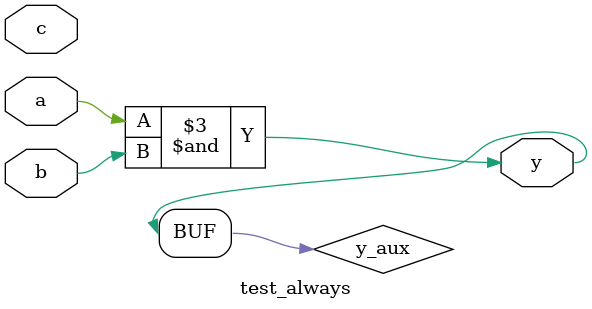
<source format=v>
`timescale 1ns / 1ps


module test_always(
    input a,
    input b,
    input c,
    output  y
    );
    
    reg y_aux;
    
    always @( a , b , c )
    begin
         y_aux = c | b;
         y_aux = a & b;
        
       
    end 
    
    assign y=y_aux;
endmodule

</source>
